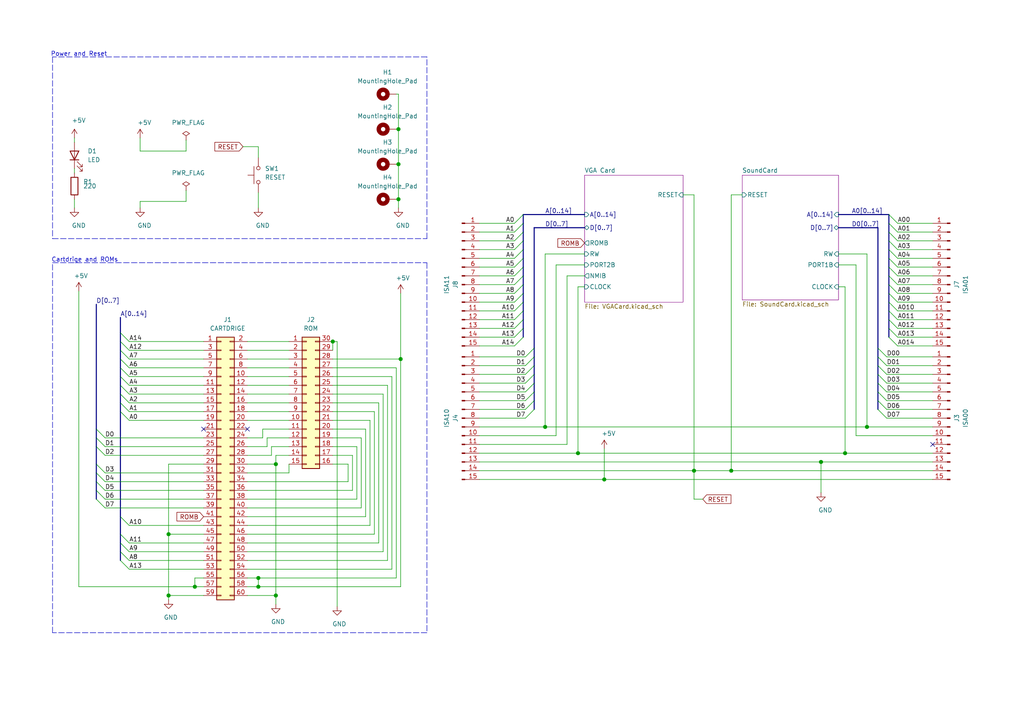
<source format=kicad_sch>
(kicad_sch (version 20201015) (generator eeschema)
  (paper "A4")
  (lib_symbols
    (symbol "Connector:Conn_01x15_Male" (pin_names (offset 1.016) hide)
      (property "Reference" "J" (at 0 20.32 0))
      (property "Value" "Conn_01x15_Male" (at 0 -20.32 0))
      (symbol "Conn_01x15_Male_1_1"
        (pin passive line (at 5.08 17.78 180) (length 3.81) (name "Pin_1") (number "1"))
        (pin passive line (at 5.08 -5.08 180) (length 3.81) (name "Pin_10") (number "10"))
        (pin passive line (at 5.08 -7.62 180) (length 3.81) (name "Pin_11") (number "11"))
        (pin passive line (at 5.08 -10.16 180) (length 3.81) (name "Pin_12") (number "12"))
        (pin passive line (at 5.08 -12.7 180) (length 3.81) (name "Pin_13") (number "13"))
        (pin passive line (at 5.08 -15.24 180) (length 3.81) (name "Pin_14") (number "14"))
        (pin passive line (at 5.08 -17.78 180) (length 3.81) (name "Pin_15") (number "15"))
        (pin passive line (at 5.08 15.24 180) (length 3.81) (name "Pin_2") (number "2"))
        (pin passive line (at 5.08 12.7 180) (length 3.81) (name "Pin_3") (number "3"))
        (pin passive line (at 5.08 10.16 180) (length 3.81) (name "Pin_4") (number "4"))
        (pin passive line (at 5.08 7.62 180) (length 3.81) (name "Pin_5") (number "5"))
        (pin passive line (at 5.08 5.08 180) (length 3.81) (name "Pin_6") (number "6"))
        (pin passive line (at 5.08 2.54 180) (length 3.81) (name "Pin_7") (number "7"))
        (pin passive line (at 5.08 0 180) (length 3.81) (name "Pin_8") (number "8"))
        (pin passive line (at 5.08 -2.54 180) (length 3.81) (name "Pin_9") (number "9"))
      )
    )
    (symbol "Connector_Generic:Conn_02x15_Counter_Clockwise" (pin_names (offset 1.016) hide)
      (property "Reference" "J" (at 1.27 20.32 0))
      (property "Value" "Conn_02x15_Counter_Clockwise" (at 1.27 -20.32 0))
      (symbol "Conn_02x15_Counter_Clockwise_1_1"
        (pin passive line (at -5.08 17.78 0) (length 3.81) (name "Pin_1") (number "1"))
        (pin passive line (at -5.08 -5.08 0) (length 3.81) (name "Pin_10") (number "10"))
        (pin passive line (at -5.08 -7.62 0) (length 3.81) (name "Pin_11") (number "11"))
        (pin passive line (at -5.08 -10.16 0) (length 3.81) (name "Pin_12") (number "12"))
        (pin passive line (at -5.08 -12.7 0) (length 3.81) (name "Pin_13") (number "13"))
        (pin passive line (at -5.08 -15.24 0) (length 3.81) (name "Pin_14") (number "14"))
        (pin passive line (at -5.08 -17.78 0) (length 3.81) (name "Pin_15") (number "15"))
        (pin passive line (at 7.62 -17.78 180) (length 3.81) (name "Pin_16") (number "16"))
        (pin passive line (at 7.62 -15.24 180) (length 3.81) (name "Pin_17") (number "17"))
        (pin passive line (at 7.62 -12.7 180) (length 3.81) (name "Pin_18") (number "18"))
        (pin passive line (at 7.62 -10.16 180) (length 3.81) (name "Pin_19") (number "19"))
        (pin passive line (at -5.08 15.24 0) (length 3.81) (name "Pin_2") (number "2"))
        (pin passive line (at 7.62 -7.62 180) (length 3.81) (name "Pin_20") (number "20"))
        (pin passive line (at 7.62 -5.08 180) (length 3.81) (name "Pin_21") (number "21"))
        (pin passive line (at 7.62 -2.54 180) (length 3.81) (name "Pin_22") (number "22"))
        (pin passive line (at 7.62 0 180) (length 3.81) (name "Pin_23") (number "23"))
        (pin passive line (at 7.62 2.54 180) (length 3.81) (name "Pin_24") (number "24"))
        (pin passive line (at 7.62 5.08 180) (length 3.81) (name "Pin_25") (number "25"))
        (pin passive line (at 7.62 7.62 180) (length 3.81) (name "Pin_26") (number "26"))
        (pin passive line (at 7.62 10.16 180) (length 3.81) (name "Pin_27") (number "27"))
        (pin passive line (at 7.62 12.7 180) (length 3.81) (name "Pin_28") (number "28"))
        (pin passive line (at 7.62 15.24 180) (length 3.81) (name "Pin_29") (number "29"))
        (pin passive line (at -5.08 12.7 0) (length 3.81) (name "Pin_3") (number "3"))
        (pin passive line (at 7.62 17.78 180) (length 3.81) (name "Pin_30") (number "30"))
        (pin passive line (at -5.08 10.16 0) (length 3.81) (name "Pin_4") (number "4"))
        (pin passive line (at -5.08 7.62 0) (length 3.81) (name "Pin_5") (number "5"))
        (pin passive line (at -5.08 5.08 0) (length 3.81) (name "Pin_6") (number "6"))
        (pin passive line (at -5.08 2.54 0) (length 3.81) (name "Pin_7") (number "7"))
        (pin passive line (at -5.08 0 0) (length 3.81) (name "Pin_8") (number "8"))
        (pin passive line (at -5.08 -2.54 0) (length 3.81) (name "Pin_9") (number "9"))
      )
    )
    (symbol "Connector_Generic:Conn_02x30_Odd_Even" (pin_names (offset 1.016) hide)
      (property "Reference" "J" (at 1.27 38.1 0))
      (property "Value" "Conn_02x30_Odd_Even" (at 1.27 -40.64 0))
      (symbol "Conn_02x30_Odd_Even_1_1"
        (pin passive line (at -5.08 35.56 0) (length 3.81) (name "Pin_1") (number "1"))
        (pin passive line (at 7.62 25.4 180) (length 3.81) (name "Pin_10") (number "10"))
        (pin passive line (at -5.08 22.86 0) (length 3.81) (name "Pin_11") (number "11"))
        (pin passive line (at 7.62 22.86 180) (length 3.81) (name "Pin_12") (number "12"))
        (pin passive line (at -5.08 20.32 0) (length 3.81) (name "Pin_13") (number "13"))
        (pin passive line (at 7.62 20.32 180) (length 3.81) (name "Pin_14") (number "14"))
        (pin passive line (at -5.08 17.78 0) (length 3.81) (name "Pin_15") (number "15"))
        (pin passive line (at 7.62 17.78 180) (length 3.81) (name "Pin_16") (number "16"))
        (pin passive line (at -5.08 15.24 0) (length 3.81) (name "Pin_17") (number "17"))
        (pin passive line (at 7.62 15.24 180) (length 3.81) (name "Pin_18") (number "18"))
        (pin passive line (at -5.08 12.7 0) (length 3.81) (name "Pin_19") (number "19"))
        (pin passive line (at 7.62 35.56 180) (length 3.81) (name "Pin_2") (number "2"))
        (pin passive line (at 7.62 12.7 180) (length 3.81) (name "Pin_20") (number "20"))
        (pin passive line (at -5.08 10.16 0) (length 3.81) (name "Pin_21") (number "21"))
        (pin passive line (at 7.62 10.16 180) (length 3.81) (name "Pin_22") (number "22"))
        (pin passive line (at -5.08 7.62 0) (length 3.81) (name "Pin_23") (number "23"))
        (pin passive line (at 7.62 7.62 180) (length 3.81) (name "Pin_24") (number "24"))
        (pin passive line (at -5.08 5.08 0) (length 3.81) (name "Pin_25") (number "25"))
        (pin passive line (at 7.62 5.08 180) (length 3.81) (name "Pin_26") (number "26"))
        (pin passive line (at -5.08 2.54 0) (length 3.81) (name "Pin_27") (number "27"))
        (pin passive line (at 7.62 2.54 180) (length 3.81) (name "Pin_28") (number "28"))
        (pin passive line (at -5.08 0 0) (length 3.81) (name "Pin_29") (number "29"))
        (pin passive line (at -5.08 33.02 0) (length 3.81) (name "Pin_3") (number "3"))
        (pin passive line (at 7.62 0 180) (length 3.81) (name "Pin_30") (number "30"))
        (pin passive line (at -5.08 -2.54 0) (length 3.81) (name "Pin_31") (number "31"))
        (pin passive line (at 7.62 -2.54 180) (length 3.81) (name "Pin_32") (number "32"))
        (pin passive line (at -5.08 -5.08 0) (length 3.81) (name "Pin_33") (number "33"))
        (pin passive line (at 7.62 -5.08 180) (length 3.81) (name "Pin_34") (number "34"))
        (pin passive line (at -5.08 -7.62 0) (length 3.81) (name "Pin_35") (number "35"))
        (pin passive line (at 7.62 -7.62 180) (length 3.81) (name "Pin_36") (number "36"))
        (pin passive line (at -5.08 -10.16 0) (length 3.81) (name "Pin_37") (number "37"))
        (pin passive line (at 7.62 -10.16 180) (length 3.81) (name "Pin_38") (number "38"))
        (pin passive line (at -5.08 -12.7 0) (length 3.81) (name "Pin_39") (number "39"))
        (pin passive line (at 7.62 33.02 180) (length 3.81) (name "Pin_4") (number "4"))
        (pin passive line (at 7.62 -12.7 180) (length 3.81) (name "Pin_40") (number "40"))
        (pin passive line (at -5.08 -15.24 0) (length 3.81) (name "Pin_41") (number "41"))
        (pin passive line (at 7.62 -15.24 180) (length 3.81) (name "Pin_42") (number "42"))
        (pin passive line (at -5.08 -17.78 0) (length 3.81) (name "Pin_43") (number "43"))
        (pin passive line (at 7.62 -17.78 180) (length 3.81) (name "Pin_44") (number "44"))
        (pin passive line (at -5.08 -20.32 0) (length 3.81) (name "Pin_45") (number "45"))
        (pin passive line (at 7.62 -20.32 180) (length 3.81) (name "Pin_46") (number "46"))
        (pin passive line (at -5.08 -22.86 0) (length 3.81) (name "Pin_47") (number "47"))
        (pin passive line (at 7.62 -22.86 180) (length 3.81) (name "Pin_48") (number "48"))
        (pin passive line (at -5.08 -25.4 0) (length 3.81) (name "Pin_49") (number "49"))
        (pin passive line (at -5.08 30.48 0) (length 3.81) (name "Pin_5") (number "5"))
        (pin passive line (at 7.62 -25.4 180) (length 3.81) (name "Pin_50") (number "50"))
        (pin passive line (at -5.08 -27.94 0) (length 3.81) (name "Pin_51") (number "51"))
        (pin passive line (at 7.62 -27.94 180) (length 3.81) (name "Pin_52") (number "52"))
        (pin passive line (at -5.08 -30.48 0) (length 3.81) (name "Pin_53") (number "53"))
        (pin passive line (at 7.62 -30.48 180) (length 3.81) (name "Pin_54") (number "54"))
        (pin passive line (at -5.08 -33.02 0) (length 3.81) (name "Pin_55") (number "55"))
        (pin passive line (at 7.62 -33.02 180) (length 3.81) (name "Pin_56") (number "56"))
        (pin passive line (at -5.08 -35.56 0) (length 3.81) (name "Pin_57") (number "57"))
        (pin passive line (at 7.62 -35.56 180) (length 3.81) (name "Pin_58") (number "58"))
        (pin passive line (at -5.08 -38.1 0) (length 3.81) (name "Pin_59") (number "59"))
        (pin passive line (at 7.62 30.48 180) (length 3.81) (name "Pin_6") (number "6"))
        (pin passive line (at 7.62 -38.1 180) (length 3.81) (name "Pin_60") (number "60"))
        (pin passive line (at -5.08 27.94 0) (length 3.81) (name "Pin_7") (number "7"))
        (pin passive line (at 7.62 27.94 180) (length 3.81) (name "Pin_8") (number "8"))
        (pin passive line (at -5.08 25.4 0) (length 3.81) (name "Pin_9") (number "9"))
      )
    )
    (symbol "Device:LED" (pin_numbers hide) (pin_names (offset 1.016) hide)
      (property "Reference" "D" (at 0 2.54 0))
      (property "Value" "LED" (at 0 -2.54 0))
      (symbol "LED_1_1"
        (pin passive line (at -3.81 0 0) (length 2.54) (name "K") (number "1"))
        (pin passive line (at 3.81 0 180) (length 2.54) (name "A") (number "2"))
      )
    )
    (symbol "Device:R" (pin_numbers hide) (pin_names (offset 0))
      (property "Reference" "R" (at 2.032 0 90))
      (property "Value" "R" (at 0 0 90))
      (symbol "R_1_1"
        (pin passive line (at 0 3.81 270) (length 1.27) (name "~") (number "1"))
        (pin passive line (at 0 -3.81 90) (length 1.27) (name "~") (number "2"))
      )
    )
    (symbol "Mechanical:MountingHole_Pad" (pin_numbers hide) (pin_names (offset 1.016) hide)
      (property "Reference" "H" (at 0 6.35 0))
      (property "Value" "MountingHole_Pad" (at 0 4.445 0))
      (symbol "MountingHole_Pad_1_1"
        (pin input line (at 0 -2.54 90) (length 2.54) (name "1") (number "1"))
      )
    )
    (symbol "Mechanical:MountingHole_Pad_1" (pin_numbers hide) (pin_names (offset 1.016) hide)
      (property "Reference" "H" (at 0 6.35 0))
      (property "Value" "MountingHole_Pad" (at 0 4.445 0))
      (symbol "MountingHole_Pad_1_1_1"
        (pin input line (at 0 -2.54 90) (length 2.54) (name "1") (number "1"))
      )
    )
    (symbol "Mechanical:MountingHole_Pad_2" (pin_numbers hide) (pin_names (offset 1.016) hide)
      (property "Reference" "H" (at 0 6.35 0))
      (property "Value" "MountingHole_Pad" (at 0 4.445 0))
      (symbol "MountingHole_Pad_2_1_1"
        (pin input line (at 0 -2.54 90) (length 2.54) (name "1") (number "1"))
      )
    )
    (symbol "Mechanical:MountingHole_Pad_3" (pin_numbers hide) (pin_names (offset 1.016) hide)
      (property "Reference" "H" (at 0 6.35 0))
      (property "Value" "MountingHole_Pad" (at 0 4.445 0))
      (symbol "MountingHole_Pad_3_1_1"
        (pin input line (at 0 -2.54 90) (length 2.54) (name "1") (number "1"))
      )
    )
    (symbol "Switch:SW_Push" (pin_numbers hide) (pin_names (offset 1.016) hide)
      (property "Reference" "SW" (at 1.27 2.54 0))
      (property "Value" "SW_Push" (at 0 -1.524 0))
      (symbol "SW_Push_0_1"
        (pin passive line (at -5.08 0 0) (length 2.54) (name "1") (number "1"))
        (pin passive line (at 5.08 0 180) (length 2.54) (name "2") (number "2"))
      )
    )
    (symbol "power:+5V" (power) (pin_names (offset 0))
      (property "Value" "+5V" (at 0 3.556 0))
      (symbol "+5V_1_1"
        (pin power_in line (at 0 0 90) (length 0) hide (name "+5V") (number "1"))
      )
    )
    (symbol "power:GND" (power) (pin_names (offset 0))
      (property "Value" "GND" (at 0 -3.81 0))
      (symbol "GND_1_1"
        (pin power_in line (at 0 0 270) (length 0) hide (name "GND") (number "1"))
      )
    )
    (symbol "power:PWR_FLAG" (power) (pin_numbers hide) (pin_names (offset 0) hide)
      (property "Value" "PWR_FLAG" (at 0 3.81 0))
      (symbol "PWR_FLAG_0_0"
        (pin power_out line (at 0 0 90) (length 0) (name "pwr") (number "1"))
      )
    )
  )
  (junction (at 48.895 154.94) (diameter 1.016))
  (junction (at 48.895 172.72) (diameter 1.016))
  (junction (at 56.515 170.18) (diameter 1.016))
  (junction (at 74.93 167.64) (diameter 1.016))
  (junction (at 74.93 170.18) (diameter 1.016))
  (junction (at 80.01 134.62) (diameter 1.016))
  (junction (at 80.01 172.72) (diameter 1.016))
  (junction (at 96.52 99.06) (diameter 1.016))
  (junction (at 115.57 37.465) (diameter 1.016))
  (junction (at 115.57 47.625) (diameter 1.016))
  (junction (at 115.57 57.785) (diameter 1.016))
  (junction (at 116.205 104.14) (diameter 1.016))
  (junction (at 158.115 123.825) (diameter 1.016))
  (junction (at 167.64 131.445) (diameter 1.016))
  (junction (at 175.26 139.065) (diameter 1.016))
  (junction (at 201.295 136.525) (diameter 1.016))
  (junction (at 212.09 136.525) (diameter 1.016))
  (junction (at 238.125 133.985) (diameter 1.016))
  (junction (at 245.11 131.445) (diameter 1.016))
  (junction (at 251.46 123.825) (diameter 1.016))
  (no_connect (at 270.51 128.905))
  (no_connect (at 71.755 124.46))
  (no_connect (at 59.055 124.46))
  (bus_entry (at 30.48 127) (size -2.54 -2.54) (stroke (width 0.1524)))
  (bus_entry (at 30.48 129.54) (size -2.54 -2.54) (stroke (width 0.1524)))
  (bus_entry (at 30.48 132.08) (size -2.54 -2.54) (stroke (width 0.1524)))
  (bus_entry (at 30.48 137.16) (size -2.54 -2.54) (stroke (width 0.1524)))
  (bus_entry (at 30.48 139.7) (size -2.54 -2.54) (stroke (width 0.1524)))
  (bus_entry (at 30.48 142.24) (size -2.54 -2.54) (stroke (width 0.1524)))
  (bus_entry (at 30.48 144.78) (size -2.54 -2.54) (stroke (width 0.1524)))
  (bus_entry (at 30.48 147.32) (size -2.54 -2.54) (stroke (width 0.1524)))
  (bus_entry (at 34.925 96.52) (size 2.54 2.54) (stroke (width 0.1524)))
  (bus_entry (at 34.925 99.06) (size 2.54 2.54) (stroke (width 0.1524)))
  (bus_entry (at 34.925 101.6) (size 2.54 2.54) (stroke (width 0.1524)))
  (bus_entry (at 34.925 104.14) (size 2.54 2.54) (stroke (width 0.1524)))
  (bus_entry (at 34.925 106.68) (size 2.54 2.54) (stroke (width 0.1524)))
  (bus_entry (at 34.925 109.22) (size 2.54 2.54) (stroke (width 0.1524)))
  (bus_entry (at 34.925 111.76) (size 2.54 2.54) (stroke (width 0.1524)))
  (bus_entry (at 34.925 114.3) (size 2.54 2.54) (stroke (width 0.1524)))
  (bus_entry (at 34.925 116.84) (size 2.54 2.54) (stroke (width 0.1524)))
  (bus_entry (at 34.925 119.38) (size 2.54 2.54) (stroke (width 0.1524)))
  (bus_entry (at 34.925 149.86) (size 2.54 2.54) (stroke (width 0.1524)))
  (bus_entry (at 34.925 154.94) (size 2.54 2.54) (stroke (width 0.1524)))
  (bus_entry (at 34.925 157.48) (size 2.54 2.54) (stroke (width 0.1524)))
  (bus_entry (at 34.925 160.02) (size 2.54 2.54) (stroke (width 0.1524)))
  (bus_entry (at 34.925 162.56) (size 2.54 2.54) (stroke (width 0.1524)))
  (bus_entry (at 149.225 64.77) (size 2.54 -2.54) (stroke (width 0.1524)))
  (bus_entry (at 149.225 67.31) (size 2.54 -2.54) (stroke (width 0.1524)))
  (bus_entry (at 149.225 69.85) (size 2.54 -2.54) (stroke (width 0.1524)))
  (bus_entry (at 149.225 72.39) (size 2.54 -2.54) (stroke (width 0.1524)))
  (bus_entry (at 149.225 74.93) (size 2.54 -2.54) (stroke (width 0.1524)))
  (bus_entry (at 149.225 77.47) (size 2.54 -2.54) (stroke (width 0.1524)))
  (bus_entry (at 149.225 80.01) (size 2.54 -2.54) (stroke (width 0.1524)))
  (bus_entry (at 149.225 82.55) (size 2.54 -2.54) (stroke (width 0.1524)))
  (bus_entry (at 149.225 85.09) (size 2.54 -2.54) (stroke (width 0.1524)))
  (bus_entry (at 149.225 87.63) (size 2.54 -2.54) (stroke (width 0.1524)))
  (bus_entry (at 149.225 90.17) (size 2.54 -2.54) (stroke (width 0.1524)))
  (bus_entry (at 149.225 92.71) (size 2.54 -2.54) (stroke (width 0.1524)))
  (bus_entry (at 149.225 95.25) (size 2.54 -2.54) (stroke (width 0.1524)))
  (bus_entry (at 149.225 97.79) (size 2.54 -2.54) (stroke (width 0.1524)))
  (bus_entry (at 149.225 100.33) (size 2.54 -2.54) (stroke (width 0.1524)))
  (bus_entry (at 152.4 103.505) (size 2.54 -2.54) (stroke (width 0.1524)))
  (bus_entry (at 152.4 106.045) (size 2.54 -2.54) (stroke (width 0.1524)))
  (bus_entry (at 152.4 108.585) (size 2.54 -2.54) (stroke (width 0.1524)))
  (bus_entry (at 152.4 111.125) (size 2.54 -2.54) (stroke (width 0.1524)))
  (bus_entry (at 152.4 113.665) (size 2.54 -2.54) (stroke (width 0.1524)))
  (bus_entry (at 152.4 116.205) (size 2.54 -2.54) (stroke (width 0.1524)))
  (bus_entry (at 152.4 118.745) (size 2.54 -2.54) (stroke (width 0.1524)))
  (bus_entry (at 152.4 121.285) (size 2.54 -2.54) (stroke (width 0.1524)))
  (bus_entry (at 254.635 100.965) (size 2.54 2.54) (stroke (width 0.1524)))
  (bus_entry (at 254.635 103.505) (size 2.54 2.54) (stroke (width 0.1524)))
  (bus_entry (at 254.635 106.045) (size 2.54 2.54) (stroke (width 0.1524)))
  (bus_entry (at 254.635 108.585) (size 2.54 2.54) (stroke (width 0.1524)))
  (bus_entry (at 254.635 111.125) (size 2.54 2.54) (stroke (width 0.1524)))
  (bus_entry (at 254.635 113.665) (size 2.54 2.54) (stroke (width 0.1524)))
  (bus_entry (at 254.635 116.205) (size 2.54 2.54) (stroke (width 0.1524)))
  (bus_entry (at 254.635 118.745) (size 2.54 2.54) (stroke (width 0.1524)))
  (bus_entry (at 257.81 62.23) (size 2.54 2.54) (stroke (width 0.1524)))
  (bus_entry (at 257.81 64.77) (size 2.54 2.54) (stroke (width 0.1524)))
  (bus_entry (at 257.81 67.31) (size 2.54 2.54) (stroke (width 0.1524)))
  (bus_entry (at 257.81 69.85) (size 2.54 2.54) (stroke (width 0.1524)))
  (bus_entry (at 257.81 72.39) (size 2.54 2.54) (stroke (width 0.1524)))
  (bus_entry (at 257.81 74.93) (size 2.54 2.54) (stroke (width 0.1524)))
  (bus_entry (at 257.81 77.47) (size 2.54 2.54) (stroke (width 0.1524)))
  (bus_entry (at 257.81 80.01) (size 2.54 2.54) (stroke (width 0.1524)))
  (bus_entry (at 257.81 82.55) (size 2.54 2.54) (stroke (width 0.1524)))
  (bus_entry (at 257.81 85.09) (size 2.54 2.54) (stroke (width 0.1524)))
  (bus_entry (at 257.81 87.63) (size 2.54 2.54) (stroke (width 0.1524)))
  (bus_entry (at 257.81 90.17) (size 2.54 2.54) (stroke (width 0.1524)))
  (bus_entry (at 257.81 92.71) (size 2.54 2.54) (stroke (width 0.1524)))
  (bus_entry (at 257.81 95.25) (size 2.54 2.54) (stroke (width 0.1524)))
  (bus_entry (at 257.81 97.79) (size 2.54 2.54) (stroke (width 0.1524)))
  (wire (pts (xy 21.59 40.005) (xy 21.59 41.275)))
  (wire (pts (xy 21.59 48.895) (xy 21.59 50.165)))
  (wire (pts (xy 21.59 57.785) (xy 21.59 60.325)))
  (wire (pts (xy 22.86 84.455) (xy 22.86 170.18)))
  (wire (pts (xy 22.86 170.18) (xy 56.515 170.18)))
  (wire (pts (xy 30.48 127) (xy 59.055 127)))
  (wire (pts (xy 30.48 129.54) (xy 59.055 129.54)))
  (wire (pts (xy 30.48 132.08) (xy 59.055 132.08)))
  (wire (pts (xy 30.48 137.16) (xy 59.055 137.16)))
  (wire (pts (xy 30.48 139.7) (xy 59.055 139.7)))
  (wire (pts (xy 30.48 142.24) (xy 59.055 142.24)))
  (wire (pts (xy 30.48 144.78) (xy 59.055 144.78)))
  (wire (pts (xy 30.48 147.32) (xy 59.055 147.32)))
  (wire (pts (xy 37.465 99.06) (xy 59.055 99.06)))
  (wire (pts (xy 37.465 101.6) (xy 59.055 101.6)))
  (wire (pts (xy 37.465 104.14) (xy 59.055 104.14)))
  (wire (pts (xy 37.465 106.68) (xy 59.055 106.68)))
  (wire (pts (xy 37.465 109.22) (xy 59.055 109.22)))
  (wire (pts (xy 37.465 111.76) (xy 59.055 111.76)))
  (wire (pts (xy 37.465 114.3) (xy 59.055 114.3)))
  (wire (pts (xy 37.465 116.84) (xy 59.055 116.84)))
  (wire (pts (xy 37.465 119.38) (xy 59.055 119.38)))
  (wire (pts (xy 37.465 121.92) (xy 59.055 121.92)))
  (wire (pts (xy 37.465 152.4) (xy 59.055 152.4)))
  (wire (pts (xy 37.465 157.48) (xy 59.055 157.48)))
  (wire (pts (xy 37.465 160.02) (xy 59.055 160.02)))
  (wire (pts (xy 37.465 162.56) (xy 59.055 162.56)))
  (wire (pts (xy 37.465 165.1) (xy 59.055 165.1)))
  (wire (pts (xy 40.64 40.005) (xy 40.64 43.815)))
  (wire (pts (xy 40.64 58.42) (xy 40.64 60.325)))
  (wire (pts (xy 48.895 134.62) (xy 59.055 134.62)))
  (wire (pts (xy 48.895 154.94) (xy 48.895 134.62)))
  (wire (pts (xy 48.895 154.94) (xy 48.895 172.72)))
  (wire (pts (xy 48.895 154.94) (xy 59.055 154.94)))
  (wire (pts (xy 48.895 172.72) (xy 48.895 173.99)))
  (wire (pts (xy 48.895 172.72) (xy 59.055 172.72)))
  (wire (pts (xy 53.975 40.64) (xy 53.975 43.815)))
  (wire (pts (xy 53.975 43.815) (xy 40.64 43.815)))
  (wire (pts (xy 53.975 55.245) (xy 53.975 58.42)))
  (wire (pts (xy 53.975 58.42) (xy 40.64 58.42)))
  (wire (pts (xy 56.515 167.64) (xy 56.515 170.18)))
  (wire (pts (xy 56.515 170.18) (xy 59.055 170.18)))
  (wire (pts (xy 59.055 167.64) (xy 56.515 167.64)))
  (wire (pts (xy 70.485 42.545) (xy 74.93 42.545)))
  (wire (pts (xy 71.755 99.06) (xy 83.82 99.06)))
  (wire (pts (xy 71.755 101.6) (xy 83.82 101.6)))
  (wire (pts (xy 71.755 104.14) (xy 83.82 104.14)))
  (wire (pts (xy 71.755 106.68) (xy 83.82 106.68)))
  (wire (pts (xy 71.755 109.22) (xy 83.82 109.22)))
  (wire (pts (xy 71.755 111.76) (xy 83.82 111.76)))
  (wire (pts (xy 71.755 114.3) (xy 83.82 114.3)))
  (wire (pts (xy 71.755 116.84) (xy 83.82 116.84)))
  (wire (pts (xy 71.755 119.38) (xy 83.82 119.38)))
  (wire (pts (xy 71.755 121.92) (xy 83.82 121.92)))
  (wire (pts (xy 71.755 127) (xy 76.2 127)))
  (wire (pts (xy 71.755 129.54) (xy 77.47 129.54)))
  (wire (pts (xy 71.755 132.08) (xy 78.74 132.08)))
  (wire (pts (xy 71.755 134.62) (xy 80.01 134.62)))
  (wire (pts (xy 71.755 137.16) (xy 83.82 137.16)))
  (wire (pts (xy 71.755 139.7) (xy 100.965 139.7)))
  (wire (pts (xy 71.755 142.24) (xy 102.235 142.24)))
  (wire (pts (xy 71.755 144.78) (xy 103.505 144.78)))
  (wire (pts (xy 71.755 147.32) (xy 104.775 147.32)))
  (wire (pts (xy 71.755 149.86) (xy 106.045 149.86)))
  (wire (pts (xy 71.755 152.4) (xy 107.315 152.4)))
  (wire (pts (xy 71.755 154.94) (xy 108.585 154.94)))
  (wire (pts (xy 71.755 157.48) (xy 109.855 157.48)))
  (wire (pts (xy 71.755 160.02) (xy 111.125 160.02)))
  (wire (pts (xy 71.755 162.56) (xy 112.395 162.56)))
  (wire (pts (xy 71.755 165.1) (xy 113.665 165.1)))
  (wire (pts (xy 71.755 167.64) (xy 74.93 167.64)))
  (wire (pts (xy 71.755 170.18) (xy 74.93 170.18)))
  (wire (pts (xy 71.755 172.72) (xy 80.01 172.72)))
  (wire (pts (xy 74.93 42.545) (xy 74.93 45.72)))
  (wire (pts (xy 74.93 55.88) (xy 74.93 60.325)))
  (wire (pts (xy 74.93 167.64) (xy 74.93 170.18)))
  (wire (pts (xy 74.93 167.64) (xy 114.935 167.64)))
  (wire (pts (xy 74.93 170.18) (xy 116.205 170.18)))
  (wire (pts (xy 76.2 124.46) (xy 83.82 124.46)))
  (wire (pts (xy 76.2 127) (xy 76.2 124.46)))
  (wire (pts (xy 77.47 127) (xy 83.82 127)))
  (wire (pts (xy 77.47 129.54) (xy 77.47 127)))
  (wire (pts (xy 78.74 129.54) (xy 83.82 129.54)))
  (wire (pts (xy 78.74 132.08) (xy 78.74 129.54)))
  (wire (pts (xy 80.01 132.08) (xy 80.01 134.62)))
  (wire (pts (xy 80.01 134.62) (xy 80.01 172.72)))
  (wire (pts (xy 80.01 172.72) (xy 80.01 175.26)))
  (wire (pts (xy 83.82 132.08) (xy 80.01 132.08)))
  (wire (pts (xy 83.82 134.62) (xy 83.82 137.16)))
  (wire (pts (xy 96.52 99.06) (xy 96.52 101.6)))
  (wire (pts (xy 96.52 99.06) (xy 97.79 99.06)))
  (wire (pts (xy 96.52 104.14) (xy 116.205 104.14)))
  (wire (pts (xy 96.52 106.68) (xy 114.935 106.68)))
  (wire (pts (xy 96.52 109.22) (xy 113.665 109.22)))
  (wire (pts (xy 96.52 111.76) (xy 112.395 111.76)))
  (wire (pts (xy 96.52 114.3) (xy 111.125 114.3)))
  (wire (pts (xy 96.52 116.84) (xy 109.855 116.84)))
  (wire (pts (xy 96.52 119.38) (xy 108.585 119.38)))
  (wire (pts (xy 96.52 121.92) (xy 107.315 121.92)))
  (wire (pts (xy 96.52 124.46) (xy 106.045 124.46)))
  (wire (pts (xy 96.52 127) (xy 104.775 127)))
  (wire (pts (xy 96.52 129.54) (xy 103.505 129.54)))
  (wire (pts (xy 96.52 132.08) (xy 102.235 132.08)))
  (wire (pts (xy 96.52 134.62) (xy 100.965 134.62)))
  (wire (pts (xy 97.79 99.06) (xy 97.79 175.895)))
  (wire (pts (xy 100.965 134.62) (xy 100.965 139.7)))
  (wire (pts (xy 102.235 132.08) (xy 102.235 142.24)))
  (wire (pts (xy 103.505 129.54) (xy 103.505 144.78)))
  (wire (pts (xy 104.775 127) (xy 104.775 147.32)))
  (wire (pts (xy 106.045 124.46) (xy 106.045 149.86)))
  (wire (pts (xy 107.315 121.92) (xy 107.315 152.4)))
  (wire (pts (xy 108.585 119.38) (xy 108.585 154.94)))
  (wire (pts (xy 109.855 116.84) (xy 109.855 157.48)))
  (wire (pts (xy 111.125 114.3) (xy 111.125 160.02)))
  (wire (pts (xy 112.395 111.76) (xy 112.395 162.56)))
  (wire (pts (xy 113.665 109.22) (xy 113.665 165.1)))
  (wire (pts (xy 114.935 27.305) (xy 115.57 27.305)))
  (wire (pts (xy 114.935 37.465) (xy 115.57 37.465)))
  (wire (pts (xy 114.935 47.625) (xy 115.57 47.625)))
  (wire (pts (xy 114.935 57.785) (xy 115.57 57.785)))
  (wire (pts (xy 114.935 106.68) (xy 114.935 167.64)))
  (wire (pts (xy 115.57 37.465) (xy 115.57 27.305)))
  (wire (pts (xy 115.57 37.465) (xy 115.57 47.625)))
  (wire (pts (xy 115.57 47.625) (xy 115.57 57.785)))
  (wire (pts (xy 115.57 57.785) (xy 115.57 60.325)))
  (wire (pts (xy 116.205 85.09) (xy 116.205 104.14)))
  (wire (pts (xy 116.205 104.14) (xy 116.205 170.18)))
  (wire (pts (xy 139.065 64.77) (xy 149.225 64.77)))
  (wire (pts (xy 139.065 67.31) (xy 149.225 67.31)))
  (wire (pts (xy 139.065 69.85) (xy 149.225 69.85)))
  (wire (pts (xy 139.065 72.39) (xy 149.225 72.39)))
  (wire (pts (xy 139.065 74.93) (xy 149.225 74.93)))
  (wire (pts (xy 139.065 77.47) (xy 149.225 77.47)))
  (wire (pts (xy 139.065 80.01) (xy 149.225 80.01)))
  (wire (pts (xy 139.065 82.55) (xy 149.225 82.55)))
  (wire (pts (xy 139.065 85.09) (xy 149.225 85.09)))
  (wire (pts (xy 139.065 87.63) (xy 149.225 87.63)))
  (wire (pts (xy 139.065 90.17) (xy 149.225 90.17)))
  (wire (pts (xy 139.065 92.71) (xy 149.225 92.71)))
  (wire (pts (xy 139.065 95.25) (xy 149.225 95.25)))
  (wire (pts (xy 139.065 97.79) (xy 149.225 97.79)))
  (wire (pts (xy 139.065 100.33) (xy 149.225 100.33)))
  (wire (pts (xy 139.065 103.505) (xy 152.4 103.505)))
  (wire (pts (xy 139.065 106.045) (xy 152.4 106.045)))
  (wire (pts (xy 139.065 108.585) (xy 152.4 108.585)))
  (wire (pts (xy 139.065 111.125) (xy 152.4 111.125)))
  (wire (pts (xy 139.065 113.665) (xy 152.4 113.665)))
  (wire (pts (xy 139.065 116.205) (xy 152.4 116.205)))
  (wire (pts (xy 139.065 118.745) (xy 152.4 118.745)))
  (wire (pts (xy 139.065 121.285) (xy 152.4 121.285)))
  (wire (pts (xy 139.065 123.825) (xy 158.115 123.825)))
  (wire (pts (xy 139.065 126.365) (xy 161.29 126.365)))
  (wire (pts (xy 139.065 131.445) (xy 167.64 131.445)))
  (wire (pts (xy 139.065 133.985) (xy 238.125 133.985)))
  (wire (pts (xy 139.065 136.525) (xy 201.295 136.525)))
  (wire (pts (xy 139.065 139.065) (xy 175.26 139.065)))
  (wire (pts (xy 158.115 73.66) (xy 158.115 123.825)))
  (wire (pts (xy 158.115 123.825) (xy 251.46 123.825)))
  (wire (pts (xy 161.29 76.835) (xy 161.29 126.365)))
  (wire (pts (xy 164.465 80.01) (xy 164.465 128.905)))
  (wire (pts (xy 164.465 128.905) (xy 139.065 128.905)))
  (wire (pts (xy 167.64 83.185) (xy 167.64 131.445)))
  (wire (pts (xy 167.64 83.185) (xy 169.545 83.185)))
  (wire (pts (xy 167.64 131.445) (xy 245.11 131.445)))
  (wire (pts (xy 169.545 73.66) (xy 158.115 73.66)))
  (wire (pts (xy 169.545 76.835) (xy 161.29 76.835)))
  (wire (pts (xy 169.545 80.01) (xy 164.465 80.01)))
  (wire (pts (xy 175.26 130.175) (xy 175.26 139.065)))
  (wire (pts (xy 175.26 139.065) (xy 270.51 139.065)))
  (wire (pts (xy 198.12 56.515) (xy 201.295 56.515)))
  (wire (pts (xy 201.295 56.515) (xy 201.295 136.525)))
  (wire (pts (xy 201.295 136.525) (xy 212.09 136.525)))
  (wire (pts (xy 201.295 144.78) (xy 201.295 136.525)))
  (wire (pts (xy 203.835 144.78) (xy 201.295 144.78)))
  (wire (pts (xy 212.09 56.515) (xy 212.09 136.525)))
  (wire (pts (xy 212.09 136.525) (xy 270.51 136.525)))
  (wire (pts (xy 215.265 56.515) (xy 212.09 56.515)))
  (wire (pts (xy 238.125 133.985) (xy 238.125 142.875)))
  (wire (pts (xy 238.125 133.985) (xy 270.51 133.985)))
  (wire (pts (xy 243.205 73.66) (xy 251.46 73.66)))
  (wire (pts (xy 243.205 76.835) (xy 248.285 76.835)))
  (wire (pts (xy 243.205 83.185) (xy 245.11 83.185)))
  (wire (pts (xy 245.11 83.185) (xy 245.11 131.445)))
  (wire (pts (xy 245.11 131.445) (xy 270.51 131.445)))
  (wire (pts (xy 248.285 76.835) (xy 248.285 126.365)))
  (wire (pts (xy 248.285 126.365) (xy 270.51 126.365)))
  (wire (pts (xy 251.46 73.66) (xy 251.46 123.825)))
  (wire (pts (xy 251.46 123.825) (xy 270.51 123.825)))
  (wire (pts (xy 257.175 103.505) (xy 270.51 103.505)))
  (wire (pts (xy 257.175 106.045) (xy 270.51 106.045)))
  (wire (pts (xy 257.175 108.585) (xy 270.51 108.585)))
  (wire (pts (xy 257.175 111.125) (xy 270.51 111.125)))
  (wire (pts (xy 257.175 113.665) (xy 270.51 113.665)))
  (wire (pts (xy 257.175 116.205) (xy 270.51 116.205)))
  (wire (pts (xy 257.175 118.745) (xy 270.51 118.745)))
  (wire (pts (xy 257.175 121.285) (xy 270.51 121.285)))
  (wire (pts (xy 260.35 64.77) (xy 270.51 64.77)))
  (wire (pts (xy 260.35 67.31) (xy 270.51 67.31)))
  (wire (pts (xy 260.35 69.85) (xy 270.51 69.85)))
  (wire (pts (xy 260.35 72.39) (xy 270.51 72.39)))
  (wire (pts (xy 260.35 74.93) (xy 270.51 74.93)))
  (wire (pts (xy 260.35 77.47) (xy 270.51 77.47)))
  (wire (pts (xy 260.35 80.01) (xy 270.51 80.01)))
  (wire (pts (xy 260.35 82.55) (xy 270.51 82.55)))
  (wire (pts (xy 260.35 85.09) (xy 270.51 85.09)))
  (wire (pts (xy 260.35 87.63) (xy 270.51 87.63)))
  (wire (pts (xy 260.35 90.17) (xy 270.51 90.17)))
  (wire (pts (xy 260.35 92.71) (xy 270.51 92.71)))
  (wire (pts (xy 260.35 95.25) (xy 270.51 95.25)))
  (wire (pts (xy 260.35 97.79) (xy 270.51 97.79)))
  (wire (pts (xy 260.35 100.33) (xy 270.51 100.33)))
  (bus (pts (xy 27.94 88.265) (xy 27.94 124.46)))
  (bus (pts (xy 27.94 124.46) (xy 27.94 127)))
  (bus (pts (xy 27.94 127) (xy 27.94 129.54)))
  (bus (pts (xy 27.94 129.54) (xy 27.94 134.62)))
  (bus (pts (xy 27.94 134.62) (xy 27.94 137.16)))
  (bus (pts (xy 27.94 137.16) (xy 27.94 139.7)))
  (bus (pts (xy 27.94 139.7) (xy 27.94 142.24)))
  (bus (pts (xy 27.94 142.24) (xy 27.94 144.78)))
  (bus (pts (xy 34.925 96.52) (xy 34.925 92.075)))
  (bus (pts (xy 34.925 99.06) (xy 34.925 96.52)))
  (bus (pts (xy 34.925 101.6) (xy 34.925 99.06)))
  (bus (pts (xy 34.925 104.14) (xy 34.925 101.6)))
  (bus (pts (xy 34.925 106.68) (xy 34.925 104.14)))
  (bus (pts (xy 34.925 109.22) (xy 34.925 106.68)))
  (bus (pts (xy 34.925 111.76) (xy 34.925 109.22)))
  (bus (pts (xy 34.925 114.3) (xy 34.925 111.76)))
  (bus (pts (xy 34.925 116.84) (xy 34.925 114.3)))
  (bus (pts (xy 34.925 119.38) (xy 34.925 116.84)))
  (bus (pts (xy 34.925 119.38) (xy 34.925 149.86)))
  (bus (pts (xy 34.925 154.94) (xy 34.925 149.86)))
  (bus (pts (xy 34.925 157.48) (xy 34.925 154.94)))
  (bus (pts (xy 34.925 160.02) (xy 34.925 157.48)))
  (bus (pts (xy 34.925 162.56) (xy 34.925 160.02)))
  (bus (pts (xy 151.765 62.23) (xy 151.765 64.77)))
  (bus (pts (xy 151.765 62.23) (xy 169.545 62.23)))
  (bus (pts (xy 151.765 64.77) (xy 151.765 67.31)))
  (bus (pts (xy 151.765 67.31) (xy 151.765 69.85)))
  (bus (pts (xy 151.765 69.85) (xy 151.765 72.39)))
  (bus (pts (xy 151.765 72.39) (xy 151.765 74.93)))
  (bus (pts (xy 151.765 74.93) (xy 151.765 77.47)))
  (bus (pts (xy 151.765 77.47) (xy 151.765 80.01)))
  (bus (pts (xy 151.765 80.01) (xy 151.765 82.55)))
  (bus (pts (xy 151.765 82.55) (xy 151.765 85.09)))
  (bus (pts (xy 151.765 85.09) (xy 151.765 87.63)))
  (bus (pts (xy 151.765 87.63) (xy 151.765 90.17)))
  (bus (pts (xy 151.765 90.17) (xy 151.765 92.71)))
  (bus (pts (xy 151.765 92.71) (xy 151.765 95.25)))
  (bus (pts (xy 151.765 95.25) (xy 151.765 97.79)))
  (bus (pts (xy 154.94 66.04) (xy 154.94 100.965)))
  (bus (pts (xy 154.94 100.965) (xy 154.94 103.505)))
  (bus (pts (xy 154.94 103.505) (xy 154.94 106.045)))
  (bus (pts (xy 154.94 106.045) (xy 154.94 108.585)))
  (bus (pts (xy 154.94 108.585) (xy 154.94 111.125)))
  (bus (pts (xy 154.94 111.125) (xy 154.94 113.665)))
  (bus (pts (xy 154.94 113.665) (xy 154.94 116.205)))
  (bus (pts (xy 154.94 116.205) (xy 154.94 118.745)))
  (bus (pts (xy 169.545 66.04) (xy 154.94 66.04)))
  (bus (pts (xy 243.205 62.23) (xy 257.81 62.23)))
  (bus (pts (xy 243.205 66.04) (xy 254.635 66.04)))
  (bus (pts (xy 254.635 100.965) (xy 254.635 66.04)))
  (bus (pts (xy 254.635 103.505) (xy 254.635 100.965)))
  (bus (pts (xy 254.635 106.045) (xy 254.635 103.505)))
  (bus (pts (xy 254.635 106.045) (xy 254.635 108.585)))
  (bus (pts (xy 254.635 108.585) (xy 254.635 111.125)))
  (bus (pts (xy 254.635 111.125) (xy 254.635 113.665)))
  (bus (pts (xy 254.635 113.665) (xy 254.635 116.205)))
  (bus (pts (xy 254.635 116.205) (xy 254.635 118.745)))
  (bus (pts (xy 257.81 62.23) (xy 257.81 64.77)))
  (bus (pts (xy 257.81 67.31) (xy 257.81 64.77)))
  (bus (pts (xy 257.81 67.31) (xy 257.81 69.85)))
  (bus (pts (xy 257.81 69.85) (xy 257.81 72.39)))
  (bus (pts (xy 257.81 72.39) (xy 257.81 74.93)))
  (bus (pts (xy 257.81 74.93) (xy 257.81 77.47)))
  (bus (pts (xy 257.81 77.47) (xy 257.81 80.01)))
  (bus (pts (xy 257.81 80.01) (xy 257.81 82.55)))
  (bus (pts (xy 257.81 82.55) (xy 257.81 85.09)))
  (bus (pts (xy 257.81 85.09) (xy 257.81 87.63)))
  (bus (pts (xy 257.81 87.63) (xy 257.81 90.17)))
  (bus (pts (xy 257.81 90.17) (xy 257.81 92.71)))
  (bus (pts (xy 257.81 92.71) (xy 257.81 95.25)))
  (bus (pts (xy 257.81 95.25) (xy 257.81 97.79)))
  (polyline (pts (xy 15.24 16.51) (xy 15.24 69.215)) (stroke (width 0) (type dash)))
  (polyline (pts (xy 15.24 69.215) (xy 123.825 69.215)) (stroke (width 0) (type dash)))
  (polyline (pts (xy 15.24 76.2) (xy 123.825 76.2)) (stroke (width 0) (type dash)))
  (polyline (pts (xy 15.24 183.515) (xy 15.24 76.2)) (stroke (width 0) (type dash)))
  (polyline (pts (xy 123.825 16.51) (xy 15.24 16.51)) (stroke (width 0) (type dash)))
  (polyline (pts (xy 123.825 69.215) (xy 123.825 16.51)) (stroke (width 0) (type dash)))
  (polyline (pts (xy 123.825 76.2) (xy 123.825 183.515)) (stroke (width 0) (type dash)))
  (polyline (pts (xy 123.825 183.515) (xy 15.24 183.515)) (stroke (width 0) (type dash)))
  (text "Power and Reset" (at 31.115 16.51 180) (effects (font (size 1.27 1.27)) (justify right bottom)))
  (text "Cartdrige and ROMs" (at 34.29 76.2 180) (effects (font (size 1.27 1.27)) (justify right bottom)))
  (label "D[0..7]" (at 27.94 88.265 0))
  (label "D0" (at 30.48 127 0))
  (label "D1" (at 30.48 129.54 0))
  (label "D2" (at 30.48 132.08 0))
  (label "D3" (at 30.48 137.16 0))
  (label "D4" (at 30.48 139.7 0))
  (label "D5" (at 30.48 142.24 0))
  (label "D6" (at 30.48 144.78 0))
  (label "D7" (at 30.48 147.32 0))
  (label "A[0..14]" (at 34.925 92.075 0))
  (label "A14" (at 37.465 99.06 0))
  (label "A12" (at 37.465 101.6 0))
  (label "A7" (at 37.465 104.14 0))
  (label "A6" (at 37.465 106.68 0))
  (label "A5" (at 37.465 109.22 0))
  (label "A4" (at 37.465 111.76 0))
  (label "A3" (at 37.465 114.3 0))
  (label "A2" (at 37.465 116.84 0))
  (label "A1" (at 37.465 119.38 0))
  (label "A0" (at 37.465 121.92 0))
  (label "A10" (at 37.465 152.4 0))
  (label "A11" (at 37.465 157.48 0))
  (label "A9" (at 37.465 160.02 0))
  (label "A8" (at 37.465 162.56 0))
  (label "A13" (at 37.465 165.1 0))
  (label "A0" (at 149.225 64.77 180))
  (label "A1" (at 149.225 67.31 180))
  (label "A2" (at 149.225 69.85 180))
  (label "A3" (at 149.225 72.39 180))
  (label "A4" (at 149.225 74.93 180))
  (label "A5" (at 149.225 77.47 180))
  (label "A6" (at 149.225 80.01 180))
  (label "A7" (at 149.225 82.55 180))
  (label "A8" (at 149.225 85.09 180))
  (label "A9" (at 149.225 87.63 180))
  (label "A10" (at 149.225 90.17 180))
  (label "A11" (at 149.225 92.71 180))
  (label "A12" (at 149.225 95.25 180))
  (label "A13" (at 149.225 97.79 180))
  (label "A14" (at 149.225 100.33 180))
  (label "D0" (at 152.4 103.505 180))
  (label "D1" (at 152.4 106.045 180))
  (label "D2" (at 152.4 108.585 180))
  (label "D3" (at 152.4 111.125 180))
  (label "D4" (at 152.4 113.665 180))
  (label "D5" (at 152.4 116.205 180))
  (label "D6" (at 152.4 118.745 180))
  (label "D7" (at 152.4 121.285 180))
  (label "A[0..14]" (at 158.115 62.23 0))
  (label "D[0..7]" (at 158.115 66.04 0))
  (label "A0[0..14]" (at 247.015 62.23 0))
  (label "D0[0..7]" (at 247.015 66.04 0))
  (label "D00" (at 257.175 103.505 0))
  (label "D01" (at 257.175 106.045 0))
  (label "D02" (at 257.175 108.585 0))
  (label "D03" (at 257.175 111.125 0))
  (label "D04" (at 257.175 113.665 0))
  (label "D05" (at 257.175 116.205 0))
  (label "D06" (at 257.175 118.745 0))
  (label "D07" (at 257.175 121.285 0))
  (label "A00" (at 260.35 64.77 0))
  (label "A01" (at 260.35 67.31 0))
  (label "A02" (at 260.35 69.85 0))
  (label "A03" (at 260.35 72.39 0))
  (label "A04" (at 260.35 74.93 0))
  (label "A05" (at 260.35 77.47 0))
  (label "A06" (at 260.35 80.01 0))
  (label "A07" (at 260.35 82.55 0))
  (label "A08" (at 260.35 85.09 0))
  (label "A09" (at 260.35 87.63 0))
  (label "A010" (at 260.35 90.17 0))
  (label "A011" (at 260.35 92.71 0))
  (label "A012" (at 260.35 95.25 0))
  (label "A013" (at 260.35 97.79 0))
  (label "A014" (at 260.35 100.33 0))
  (global_label "ROMB" (shape input) (at 59.055 149.86 180) (property "Intersheet References" "${INTERSHEET_REFS}" (effects hide)))
  (global_label "RESET" (shape input) (at 70.485 42.545 180) (property "Intersheet References" "${INTERSHEET_REFS}" (effects hide)))
  (global_label "ROMB" (shape input) (at 169.545 70.485 180) (property "Intersheet References" "${INTERSHEET_REFS}" (effects hide)))
  (global_label "RESET" (shape input) (at 203.835 144.78 0) (property "Intersheet References" "${INTERSHEET_REFS}" (effects hide)))
  (symbol (lib_id "power:PWR_FLAG") (at 53.975 40.64 0) (unit 1)
    (property "Reference" "#FLG01" (effects hide))
    (property "Value" "PWR_FLAG" (at 54.61 35.56 0))
  )
  (symbol (lib_id "power:PWR_FLAG") (at 53.975 55.245 0) (unit 1)
    (property "Reference" "#FLG0101" (effects hide))
    (property "Value" "PWR_FLAG" (at 54.61 50.165 0))
  )
  (symbol (lib_id "power:+5V") (at 21.59 40.005 0) (unit 1)
    (property "Reference" "#PWR01" (effects hide))
    (property "Value" "+5V" (at 22.86 34.925 0))
  )
  (symbol (lib_id "power:+5V") (at 22.86 84.455 0) (unit 1)
    (property "Reference" "#PWR0103" (effects hide))
    (property "Value" "+5V" (at 23.495 80.01 0))
  )
  (symbol (lib_id "power:+5V") (at 40.64 40.005 0) (unit 1)
    (property "Reference" "#PWR03" (effects hide))
    (property "Value" "+5V" (at 41.91 35.56 0))
  )
  (symbol (lib_id "power:+5V") (at 116.205 85.09 0) (unit 1)
    (property "Reference" "#PWR?" (effects hide))
    (property "Value" "+5V" (at 116.84 80.645 0))
  )
  (symbol (lib_id "power:+5V") (at 175.26 130.175 0) (unit 1)
    (property "Reference" "#PWR06" (effects hide))
    (property "Value" "+5V" (at 176.53 125.73 0))
  )
  (symbol (lib_id "power:GND") (at 21.59 60.325 0) (unit 1)
    (property "Reference" "#PWR02" (effects hide))
    (property "Value" "GND" (at 22.86 65.405 0))
  )
  (symbol (lib_id "power:GND") (at 40.64 60.325 0) (unit 1)
    (property "Reference" "#PWR04" (effects hide))
    (property "Value" "GND" (at 41.91 65.405 0))
  )
  (symbol (lib_id "power:GND") (at 48.895 173.99 0) (unit 1)
    (property "Reference" "#PWR0104" (effects hide))
    (property "Value" "GND" (at 49.53 179.07 0))
  )
  (symbol (lib_id "power:GND") (at 74.93 60.325 0) (unit 1)
    (property "Reference" "#PWR05" (effects hide))
    (property "Value" "GND" (at 76.2 65.405 0))
  )
  (symbol (lib_id "power:GND") (at 80.01 175.26 0) (unit 1)
    (property "Reference" "#PWR0106" (effects hide))
    (property "Value" "GND" (at 80.645 180.34 0))
  )
  (symbol (lib_id "power:GND") (at 97.79 175.895 0) (unit 1)
    (property "Reference" "#PWR0105" (effects hide))
    (property "Value" "GND" (at 98.425 180.975 0))
  )
  (symbol (lib_id "power:GND") (at 115.57 60.325 0) (unit 1)
    (property "Reference" "#PWR0101" (effects hide))
    (property "Value" "GND" (at 116.84 65.405 0))
  )
  (symbol (lib_id "power:GND") (at 238.125 142.875 0) (unit 1)
    (property "Reference" "#PWR07" (effects hide))
    (property "Value" "GND" (at 239.395 147.955 0))
  )
  (symbol (lib_id "Device:R") (at 21.59 53.975 0) (unit 1)
    (property "Reference" "R1" (at 24.13 52.705 0) (effects (justify left)))
    (property "Value" "220" (at 24.13 53.975 0) (effects (justify left)))
    (property "Footprint" "Resistor_THT:R_Axial_DIN0207_L6.3mm_D2.5mm_P10.16mm_Horizontal" (effects hide))
  )
  (symbol (lib_name "Mechanical:MountingHole_Pad_1") (lib_id "Mechanical:MountingHole_Pad") (at 112.395 27.305 90) (unit 1)
    (property "Reference" "H1" (at 112.395 20.955 90))
    (property "Value" "MountingHole_Pad" (at 112.395 23.495 90))
    (property "Footprint" "MountingHole:MountingHole_3.2mm_M3" (effects hide))
  )
  (symbol (lib_name "Mechanical:MountingHole_Pad_2") (lib_id "Mechanical:MountingHole_Pad") (at 112.395 37.465 90) (unit 1)
    (property "Reference" "H2" (at 112.395 31.115 90))
    (property "Value" "MountingHole_Pad" (at 112.395 33.655 90))
    (property "Footprint" "MountingHole:MountingHole_3.2mm_M3" (effects hide))
  )
  (symbol (lib_id "Mechanical:MountingHole_Pad") (at 112.395 47.625 90) (unit 1)
    (property "Reference" "H3" (at 112.395 41.275 90))
    (property "Value" "MountingHole_Pad" (at 112.395 43.815 90))
    (property "Footprint" "MountingHole:MountingHole_3.2mm_M3" (effects hide))
  )
  (symbol (lib_name "Mechanical:MountingHole_Pad_3") (lib_id "Mechanical:MountingHole_Pad") (at 112.395 57.785 90) (unit 1)
    (property "Reference" "H4" (at 112.395 51.435 90))
    (property "Value" "MountingHole_Pad" (at 112.395 53.975 90))
    (property "Footprint" "MountingHole:MountingHole_3.2mm_M3" (effects hide))
  )
  (symbol (lib_id "Device:LED") (at 21.59 45.085 90) (unit 1)
    (property "Reference" "D1" (at 25.4 43.815 90) (effects (justify right)))
    (property "Value" "LED" (at 25.4 46.355 90) (effects (justify right)))
    (property "Footprint" "LED_THT:LED_D5.0mm" (effects hide))
  )
  (symbol (lib_id "Switch:SW_Push") (at 74.93 50.8 90) (unit 1)
    (property "Reference" "SW1" (at 76.835 48.895 90) (effects (justify right)))
    (property "Value" "RESET" (at 76.835 51.435 90) (effects (justify right)))
    (property "Footprint" "Button_Switch_THT:SW_PUSH_6mm_H5mm" (effects hide))
  )
  (symbol (lib_id "Connector:Conn_01x15_Male") (at 133.985 82.55 0) (unit 1)
    (property "Reference" "J8" (at 132.08 82.55 90))
    (property "Value" "ISA11" (at 129.54 82.55 90))
    (property "Footprint" "Connector_PinHeader_2.54mm:PinHeader_1x15_P2.54mm_Vertical" (effects hide))
  )
  (symbol (lib_id "Connector:Conn_01x15_Male") (at 133.985 121.285 0) (unit 1)
    (property "Reference" "J4" (at 132.08 121.285 90))
    (property "Value" "ISA10" (at 129.54 121.285 90))
    (property "Footprint" "Connector_PinHeader_2.54mm:PinHeader_1x15_P2.54mm_Vertical" (effects hide))
  )
  (symbol (lib_id "Connector:Conn_01x15_Male") (at 275.59 82.55 0) (mirror y) (unit 1)
    (property "Reference" "J7" (at 277.495 82.55 90))
    (property "Value" "ISA01" (at 280.035 82.55 90))
    (property "Footprint" "Connector_PinHeader_2.54mm:PinHeader_1x15_P2.54mm_Vertical" (effects hide))
  )
  (symbol (lib_id "Connector:Conn_01x15_Male") (at 275.59 121.285 0) (mirror y) (unit 1)
    (property "Reference" "J3" (at 277.495 121.285 90))
    (property "Value" "ISA00" (at 280.035 121.285 90))
    (property "Footprint" "Connector_PinHeader_2.54mm:PinHeader_1x15_P2.54mm_Vertical" (effects hide))
  )
  (symbol (lib_id "Connector_Generic:Conn_02x15_Counter_Clockwise") (at 88.9 116.84 0) (unit 1)
    (property "Reference" "J2" (at 90.17 92.71 0))
    (property "Value" "ROM" (at 90.17 95.25 0))
    (property "Footprint" "Connector_PinHeader_2.54mm:PinHeader_2x15_P2.54mm_Vertical" (effects hide))
  )
  (symbol (lib_id "Connector_Generic:Conn_02x30_Odd_Even") (at 64.135 134.62 0) (unit 1)
    (property "Reference" "J1" (at 66.04 92.71 0))
    (property "Value" "CARTDRIGE" (at 66.04 95.25 0))
    (property "Footprint" "Connector_PCBEdge:Samtec_MECF-30-01-L-DV-WT_2x30_P1.27mm_Polarized_Socket_Horizontal" (effects hide))
  )
  (sheet (at 215.265 50.8) (size 27.94 36.195) (stroke (width 0.001) (color 132 0 132 1)) (fill (color 255 255 255 0.0000))
    (property "Sheet name" "SoundCard" (at 215.265 50.1641 0) (effects (justify left bottom)))
    (property "Sheet file" "SoundCard.kicad_sch" (at 215.265 87.5039 0) (effects (justify left top)))
    (pin "RW" input (at 243.205 73.66 0))
    (pin "PORT1B" input (at 243.205 76.835 0))
    (pin "CLOCK" input (at 243.205 83.185 0))
    (pin "RESET" input (at 215.265 56.515 180))
    (pin "A[0..14]" input (at 243.205 62.23 0))
    (pin "D[0..7]" bidirectional (at 243.205 66.04 0))
  )
  (sheet (at 169.545 50.8) (size 28.575 36.83) (stroke (width 0.001) (color 132 0 132 1)) (fill (color 255 255 255 0.0000))
    (property "Sheet name" "VGA Card" (at 169.545 50.1641 0) (effects (justify left bottom)))
    (property "Sheet file" "VGACard.kicad_sch" (at 169.545 88.1389 0) (effects (justify left top)))
    (pin "A[0..14]" input (at 169.545 62.23 180))
    (pin "D[0..7]" bidirectional (at 169.545 66.04 180))
    (pin "CLOCK" input (at 169.545 83.185 180))
    (pin "RW" input (at 169.545 73.66 180))
    (pin "PORT2B" input (at 169.545 76.835 180))
    (pin "NMIB" output (at 169.545 80.01 180))
    (pin "RESET" input (at 198.12 56.515 0))
    (pin "ROMB" output (at 169.545 70.485 180))
  )
)
</source>
